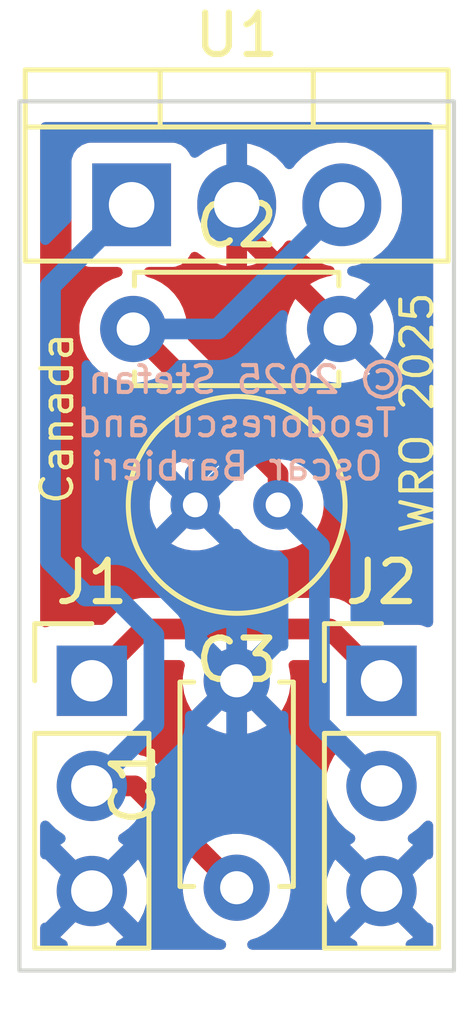
<source format=kicad_pcb>
(kicad_pcb (version 20241229) (generator "pcbnew") (generator_version "9.0")
  (layers (0 "F.Cu" signal) (2 "B.Cu" signal) (13 "F.Paste" user) (15 "B.Paste" user) (5 "F.SilkS" user "F.Silkscreen") (7 "B.SilkS" user "B.Silkscreen") (1 "F.Mask" user) (3 "B.Mask" user) (25 "Edge.Cuts" user))
  (net 0 "")
  (net 1 "Net-(J1-Pin_2)")
  (net 2 "Net-(J2-Pin_2)")
  (net 3 "Net-(J1-Pin_1)")
  (net 4 "GND")
  (footprint "Capacitor_THT:C_Radial_D5.0mm_H5.0mm_P2.00mm" (layer "F.Cu") (at 121.25 39.25 180)
    (property "Reference" "C3" (at 1 -3.75 0) (layer "F.SilkS"))
    (property "Value" "100uF")
    (fp_circle (center 1 0) (end 3.62 0) (stroke (width 0.12)) (fill no) (layer "F.SilkS"))
    (pad "1" thru_hole circle (at 0 0 180) (size 1.2 1.2) (drill 0.6) (layers "*.Cu" "*.Mask") (net 2 "Net-(J2-Pin_2)"))
    (pad "2" thru_hole circle (at 2 0 180) (size 1.2 1.2) (drill 0.6) (layers "*.Cu" "*.Mask") (net 4 "GND"))
  )
  (footprint "Package_TO_SOT_THT:TO-220-3_Vertical" (layer "F.Cu") (at 117.711 32)
    (property "Reference" "U1" (at 2.54 -4.1 0) (layer "F.SilkS"))
    (property "Value" "LM7805_TO220")
    (fp_line (start -2.57 -3.26) (end 7.65 -3.26) (stroke (width 0.12)) (layer "F.SilkS"))
    (fp_line (start -2.57 -1.88) (end 7.65 -1.88) (stroke (width 0.12)) (layer "F.SilkS"))
    (fp_line (start -2.57 1.36) (end -2.57 -3.26) (stroke (width 0.12)) (layer "F.SilkS"))
    (fp_line (start 0.69 -3.26) (end 0.69 -1.88) (stroke (width 0.12)) (layer "F.SilkS"))
    (fp_line (start 4.39 -3.26) (end 4.39 -1.88) (stroke (width 0.12)) (layer "F.SilkS"))
    (fp_line (start 7.65 -3.26) (end 7.65 1.36) (stroke (width 0.12)) (layer "F.SilkS"))
    (fp_line (start 7.65 1.36) (end -2.57 1.36) (stroke (width 0.12)) (layer "F.SilkS"))
    (pad "1" thru_hole rect (at 0 0) (size 1.905 2) (drill 1.1) (layers "*.Cu" "*.Mask") (net 1 "Net-(J1-Pin_2)"))
    (pad "2" thru_hole oval (at 2.54 0) (size 1.905 2) (drill 1.1) (layers "*.Cu" "*.Mask") (net 4 "GND"))
    (pad "3" thru_hole oval (at 5.08 0) (size 1.905 2) (drill 1.1) (layers "*.Cu" "*.Mask") (net 2 "Net-(J2-Pin_2)"))
  )
  (footprint "Capacitor_THT:C_Disc_D4.7mm_W2.5mm_P5.00mm" (layer "F.Cu") (at 120.25 48.5 90)
    (property "Reference" "C1" (at 2.5 -2.5 90) (layer "F.SilkS"))
    (property "Value" "0.33uF")
    (fp_line (start 4.97 -1.37) (end 4.97 -1.04) (stroke (width 0.12)) (layer "F.SilkS"))
    (fp_line (start 0.03 -1.37) (end 4.97 -1.37) (stroke (width 0.12)) (layer "F.SilkS"))
    (fp_line (start 0.03 -1.04) (end 0.03 -1.37) (stroke (width 0.12)) (layer "F.SilkS"))
    (fp_line (start 4.97 1.04) (end 4.97 1.37) (stroke (width 0.12)) (layer "F.SilkS"))
    (fp_line (start 4.97 1.37) (end 0.03 1.37) (stroke (width 0.12)) (layer "F.SilkS"))
    (fp_line (start 0.03 1.37) (end 0.03 1.04) (stroke (width 0.12)) (layer "F.SilkS"))
    (pad "1" thru_hole circle (at 0 0 90) (size 1.6 1.6) (drill 0.8) (layers "*.Cu" "*.Mask") (net 1 "Net-(J1-Pin_2)"))
    (pad "2" thru_hole circle (at 5 0 90) (size 1.6 1.6) (drill 0.8) (layers "*.Cu" "*.Mask") (net 4 "GND"))
  )
  (footprint "Connector_PinHeader_2.54mm:PinHeader_1x03_P2.54mm_Vertical" (layer "F.Cu") (at 123.75 43.5)
    (property "Reference" "J2" (at 0 -2.38 0) (layer "F.SilkS"))
    (property "Value" "OUT")
    (fp_line (start -1.38 -1.38) (end 0 -1.38) (stroke (width 0.12)) (layer "F.SilkS"))
    (fp_line (start -1.38 0) (end -1.38 -1.38) (stroke (width 0.12)) (layer "F.SilkS"))
    (fp_line (start -1.38 1.27) (end -1.38 6.46) (stroke (width 0.12)) (layer "F.SilkS"))
    (fp_line (start -1.38 1.27) (end 1.38 1.27) (stroke (width 0.12)) (layer "F.SilkS"))
    (fp_line (start -1.38 6.46) (end 1.38 6.46) (stroke (width 0.12)) (layer "F.SilkS"))
    (fp_line (start 1.38 1.27) (end 1.38 6.46) (stroke (width 0.12)) (layer "F.SilkS"))
    (pad "1" thru_hole rect (at 0 0) (size 1.7 1.7) (drill 1) (layers "*.Cu" "*.Mask") (net 3 "Net-(J1-Pin_1)"))
    (pad "2" thru_hole circle (at 0 2.54) (size 1.7 1.7) (drill 1) (layers "*.Cu" "*.Mask") (net 2 "Net-(J2-Pin_2)"))
    (pad "3" thru_hole circle (at 0 5.08) (size 1.7 1.7) (drill 1) (layers "*.Cu" "*.Mask") (net 4 "GND"))
  )
  (footprint "Connector_PinHeader_2.54mm:PinHeader_1x03_P2.54mm_Vertical" (layer "F.Cu") (at 116.75 43.5)
    (property "Reference" "J1" (at 0 -2.38 0) (layer "F.SilkS"))
    (property "Value" "IN")
    (fp_line (start -1.38 -1.38) (end 0 -1.38) (stroke (width 0.12)) (layer "F.SilkS"))
    (fp_line (start -1.38 0) (end -1.38 -1.38) (stroke (width 0.12)) (layer "F.SilkS"))
    (fp_line (start -1.38 1.27) (end -1.38 6.46) (stroke (width 0.12)) (layer "F.SilkS"))
    (fp_line (start -1.38 1.27) (end 1.38 1.27) (stroke (width 0.12)) (layer "F.SilkS"))
    (fp_line (start -1.38 6.46) (end 1.38 6.46) (stroke (width 0.12)) (layer "F.SilkS"))
    (fp_line (start 1.38 1.27) (end 1.38 6.46) (stroke (width 0.12)) (layer "F.SilkS"))
    (pad "1" thru_hole rect (at 0 0) (size 1.7 1.7) (drill 1) (layers "*.Cu" "*.Mask") (net 3 "Net-(J1-Pin_1)"))
    (pad "2" thru_hole circle (at 0 2.54) (size 1.7 1.7) (drill 1) (layers "*.Cu" "*.Mask") (net 1 "Net-(J1-Pin_2)"))
    (pad "3" thru_hole circle (at 0 5.08) (size 1.7 1.7) (drill 1) (layers "*.Cu" "*.Mask") (net 4 "GND"))
  )
  (footprint "Capacitor_THT:C_Disc_D4.7mm_W2.5mm_P5.00mm" (layer "F.Cu") (at 117.75 35)
    (property "Reference" "C2" (at 2.5 -2.5 0) (layer "F.SilkS"))
    (property "Value" "0.1uF")
    (fp_line (start 0.03 -1.37) (end 4.97 -1.37) (stroke (width 0.12)) (layer "F.SilkS"))
    (fp_line (start 0.03 -1.04) (end 0.03 -1.37) (stroke (width 0.12)) (layer "F.SilkS"))
    (fp_line (start 0.03 1.37) (end 0.03 1.04) (stroke (width 0.12)) (layer "F.SilkS"))
    (fp_line (start 4.97 -1.37) (end 4.97 -1.04) (stroke (width 0.12)) (layer "F.SilkS"))
    (fp_line (start 4.97 1.04) (end 4.97 1.37) (stroke (width 0.12)) (layer "F.SilkS"))
    (fp_line (start 4.97 1.37) (end 0.03 1.37) (stroke (width 0.12)) (layer "F.SilkS"))
    (pad "1" thru_hole circle (at 0 0) (size 1.6 1.6) (drill 0.8) (layers "*.Cu" "*.Mask") (net 2 "Net-(J2-Pin_2)"))
    (pad "2" thru_hole circle (at 5 0) (size 1.6 1.6) (drill 0.8) (layers "*.Cu" "*.Mask") (net 4 "GND"))
  )
  (gr_rect (start 115 29.5) (end 125.5 50.5) (stroke (width 0.1)) (fill no) (layer "Edge.Cuts"))
  (gr_text "WRO 2025" (at 125.05 40 90) (layer "F.SilkS") (effects (font (size 0.75 0.75) (thickness 0.1)) (justify left bottom)))
  (gr_text "Canada" (at 116.35 39.3 90) (layer "F.SilkS") (effects (font (size 0.75 0.75) (thickness 0.1)) (justify left bottom)))
  (gr_text "© 2025 Stefan \nTeodorescu and\nOscar Barbieri" (at 120.25 38.7 0) (layer "B.SilkS") (effects (font (size 0.65 0.65) (thickness 0.1)) (justify bottom mirror)))
  (segment (start 117 46.04) (end 117.79 46.04) (width 0.5) (layer "F.Cu") (net 1))
  (segment (start 117.79 46.04) (end 120.25 48.5) (width 0.5) (layer "F.Cu") (net 1))
  (segment (start 118.25 44.54) (end 118.25 42.398) (width 0.5) (layer "B.Cu") (net 1))
  (segment (start 115.751 40.601) (end 115.751 33.96) (width 0.5) (layer "B.Cu") (net 1))
  (segment (start 117.303 41.451) (end 116.601 41.451) (width 0.5) (layer "B.Cu") (net 1))
  (segment (start 115.751 33.96) (end 117.711 32) (width 0.5) (layer "B.Cu") (net 1))
  (segment (start 118.25 42.398) (end 117.303 41.451) (width 0.5) (layer "B.Cu") (net 1))
  (segment (start 116.601 41.451) (end 115.751 40.601) (width 0.5) (layer "B.Cu") (net 1))
  (segment (start 116.75 46.04) (end 118.25 44.54) (width 0.5) (layer "B.Cu") (net 1))
  (segment (start 121.25 38.5) (end 117.75 35) (width 0.5) (layer "F.Cu") (net 2))
  (segment (start 121.25 39.25) (end 121.25 38.5) (width 0.5) (layer "F.Cu") (net 2))
  (segment (start 122.791 32) (end 119.791 35) (width 0.5) (layer "B.Cu") (net 2))
  (segment (start 123.75 46.04) (end 122.25 44.54) (width 0.5) (layer "B.Cu") (net 2))
  (segment (start 119.791 35) (end 117.75 35) (width 0.5) (layer "B.Cu") (net 2))
  (segment (start 122.25 40.25) (end 121.25 39.25) (width 0.5) (layer "B.Cu") (net 2))
  (segment (start 122.25 44.54) (end 122.25 40.25) (width 0.5) (layer "B.Cu") (net 2))
  (segment (start 118.001 42.249) (end 116.75 43.5) (width 0.5) (layer "F.Cu") (net 3))
  (segment (start 122.499 42.249) (end 118.001 42.249) (width 0.5) (layer "F.Cu") (net 3))
  (segment (start 123.75 43.5) (end 122.499 42.249) (width 0.5) (layer "F.Cu") (net 3))
  (segment (start 120.25 45.08) (end 123.75 48.58) (width 0.5) (layer "F.Cu") (net 4))
  (segment (start 120.25 43.5) (end 120.25 45.08) (width 0.5) (layer "F.Cu") (net 4))
  (segment (start 120.251 32) (end 120.251 32.501) (width 0.5) (layer "F.Cu") (net 4))
  (segment (start 120.251 32.501) (end 122.75 35) (width 0.5) (layer "F.Cu") (net 4))
  (segment (start 119.25 38.5) (end 122.75 35) (width 0.5) (layer "B.Cu") (net 4))
  (segment (start 120.25 43.5) (end 120.25 40.25) (width 0.5) (layer "B.Cu") (net 4))
  (segment (start 123.75 48.58) (end 120.25 45.08) (width 0.5) (layer "B.Cu") (net 4))
  (segment (start 120.25 43.5) (end 120.25 45.08) (width 0.5) (layer "B.Cu") (net 4))
  (segment (start 119.25 39.25) (end 119.25 38.5) (width 0.5) (layer "B.Cu") (net 4))
  (segment (start 120.25 45.08) (end 116.75 48.58) (width 0.5) (layer "B.Cu") (net 4))
  (segment (start 120.25 40.25) (end 119.25 39.25) (width 0.5) (layer "B.Cu") (net 4))
  (zone (net 4) (net_name "GND") (layers "F.Cu" "B.Cu") (connect_pads (clearance 0.5)) (min_thickness 0.25) (fill yes (thermal_gap 0.5) (thermal_bridge_width 0.5))
    (polygon (pts (xy 115 29.5) (xy 125.5 29.5) (xy 125.5 50.55) (xy 115 50.55)))
  )
)
</source>
